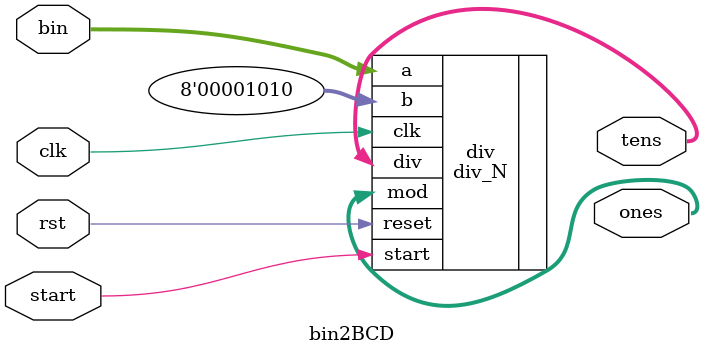
<source format=v>
`timescale 1ns / 1ps
module bin2BCD #(parameter bits=8)(
    input [7:0] bin,
    input rst,
    input clk,
    input start,
    output [3:0] tens,
    output [3:0] ones
    );

div_N #(.bits(bits)) div(.clk(clk), .reset(rst), .start(start), .a(bin), .b(8'd10), .div(tens), .mod(ones));

endmodule

</source>
